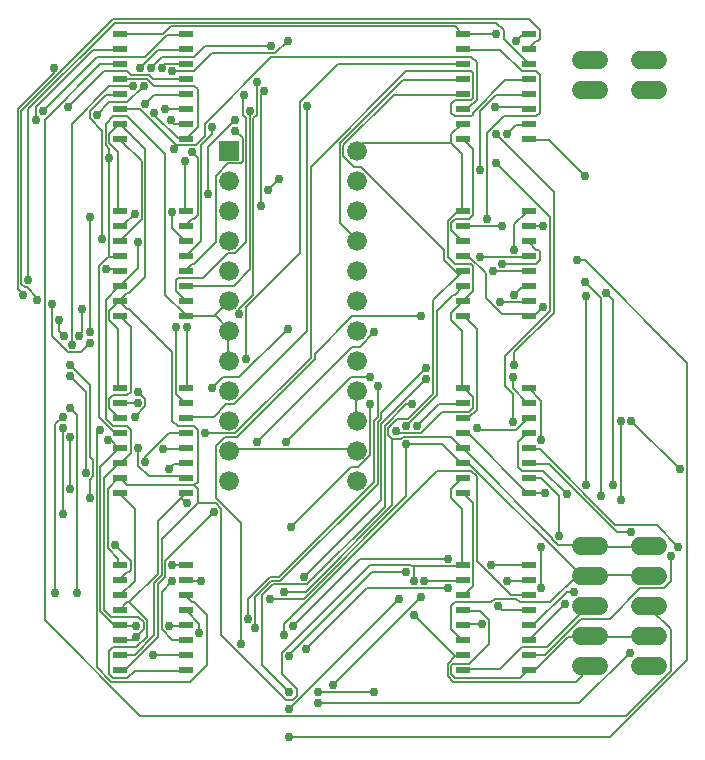
<source format=gbr>
G04 EAGLE Gerber RS-274X export*
G75*
%MOMM*%
%FSLAX34Y34*%
%LPD*%
%INBottom Copper*%
%IPPOS*%
%AMOC8*
5,1,8,0,0,1.08239X$1,22.5*%
G01*
%ADD10C,1.524000*%
%ADD11R,1.200000X0.600000*%
%ADD12R,1.676400X1.676400*%
%ADD13C,1.676400*%
%ADD14C,0.152400*%
%ADD15C,0.756400*%


D10*
X557620Y597300D02*
X542380Y597300D01*
X542380Y622700D02*
X557620Y622700D01*
X557620Y109200D02*
X542380Y109200D01*
X542380Y134600D02*
X557620Y134600D01*
X557620Y160000D02*
X542380Y160000D01*
X542380Y185400D02*
X557620Y185400D01*
X557620Y210800D02*
X542380Y210800D01*
X507620Y597300D02*
X492380Y597300D01*
X492380Y622700D02*
X507620Y622700D01*
X507620Y109200D02*
X492380Y109200D01*
X492380Y134600D02*
X507620Y134600D01*
X507620Y160000D02*
X492380Y160000D01*
X492380Y185400D02*
X507620Y185400D01*
X507620Y210800D02*
X492380Y210800D01*
D11*
X158000Y644450D03*
X158000Y631750D03*
X158000Y619050D03*
X158000Y606350D03*
X158000Y593650D03*
X158000Y580950D03*
X158000Y568250D03*
X158000Y555550D03*
X102000Y555550D03*
X102000Y568250D03*
X102000Y580950D03*
X102000Y593650D03*
X102000Y606350D03*
X102000Y619050D03*
X102000Y631750D03*
X102000Y644450D03*
X158000Y494450D03*
X158000Y481750D03*
X158000Y469050D03*
X158000Y456350D03*
X158000Y443650D03*
X158000Y430950D03*
X158000Y418250D03*
X158000Y405550D03*
X102000Y405550D03*
X102000Y418250D03*
X102000Y430950D03*
X102000Y443650D03*
X102000Y456350D03*
X102000Y469050D03*
X102000Y481750D03*
X102000Y494450D03*
X158000Y344450D03*
X158000Y331750D03*
X158000Y319050D03*
X158000Y306350D03*
X158000Y293650D03*
X158000Y280950D03*
X158000Y268250D03*
X158000Y255550D03*
X102000Y255550D03*
X102000Y268250D03*
X102000Y280950D03*
X102000Y293650D03*
X102000Y306350D03*
X102000Y319050D03*
X102000Y331750D03*
X102000Y344450D03*
X158000Y194450D03*
X158000Y181750D03*
X158000Y169050D03*
X158000Y156350D03*
X158000Y143650D03*
X158000Y130950D03*
X158000Y118250D03*
X158000Y105550D03*
X102000Y105550D03*
X102000Y118250D03*
X102000Y130950D03*
X102000Y143650D03*
X102000Y156350D03*
X102000Y169050D03*
X102000Y181750D03*
X102000Y194450D03*
X448000Y644450D03*
X448000Y631750D03*
X448000Y619050D03*
X448000Y606350D03*
X448000Y593650D03*
X448000Y580950D03*
X448000Y568250D03*
X448000Y555550D03*
X392000Y555550D03*
X392000Y568250D03*
X392000Y580950D03*
X392000Y593650D03*
X392000Y606350D03*
X392000Y619050D03*
X392000Y631750D03*
X392000Y644450D03*
X448000Y494450D03*
X448000Y481750D03*
X448000Y469050D03*
X448000Y456350D03*
X448000Y443650D03*
X448000Y430950D03*
X448000Y418250D03*
X448000Y405550D03*
X392000Y405550D03*
X392000Y418250D03*
X392000Y430950D03*
X392000Y443650D03*
X392000Y456350D03*
X392000Y469050D03*
X392000Y481750D03*
X392000Y494450D03*
X448000Y344450D03*
X448000Y331750D03*
X448000Y319050D03*
X448000Y306350D03*
X448000Y293650D03*
X448000Y280950D03*
X448000Y268250D03*
X448000Y255550D03*
X392000Y255550D03*
X392000Y268250D03*
X392000Y280950D03*
X392000Y293650D03*
X392000Y306350D03*
X392000Y319050D03*
X392000Y331750D03*
X392000Y344450D03*
X448000Y194450D03*
X448000Y181750D03*
X448000Y169050D03*
X448000Y156350D03*
X448000Y143650D03*
X448000Y130950D03*
X448000Y118250D03*
X448000Y105550D03*
X392000Y105550D03*
X392000Y118250D03*
X392000Y130950D03*
X392000Y143650D03*
X392000Y156350D03*
X392000Y169050D03*
X392000Y181750D03*
X392000Y194450D03*
D12*
X194250Y545600D03*
D13*
X194250Y520200D03*
X194250Y494800D03*
X194250Y469400D03*
X194250Y444000D03*
X194250Y418600D03*
X194250Y393200D03*
X194250Y367800D03*
X194250Y342400D03*
X194250Y317000D03*
X194250Y291600D03*
X194250Y266200D03*
X302200Y266200D03*
X302200Y291600D03*
X302200Y317000D03*
X302200Y342400D03*
X302200Y367800D03*
X302200Y393200D03*
X302200Y418600D03*
X302200Y444000D03*
X302200Y469400D03*
X302200Y494800D03*
X302200Y520200D03*
X302200Y545600D03*
D14*
X100584Y445008D02*
X89916Y445008D01*
X86868Y470916D02*
X86868Y562356D01*
X76200Y573024D01*
X76200Y579120D01*
X89916Y592836D01*
X100584Y592836D01*
X100584Y445008D02*
X102000Y443650D01*
X100584Y592836D02*
X102000Y593650D01*
X100584Y144780D02*
X96012Y144780D01*
X85344Y155448D01*
X85344Y277368D01*
X100584Y292608D01*
X100584Y144780D02*
X102000Y143650D01*
X100584Y292608D02*
X102000Y293650D01*
X393192Y144780D02*
X408432Y144780D01*
X393192Y144780D02*
X392000Y143650D01*
X467868Y217932D02*
X393192Y292608D01*
X467868Y217932D02*
X467868Y216408D01*
X472440Y211836D01*
X499872Y211836D01*
X393192Y292608D02*
X392000Y293650D01*
X499872Y211836D02*
X500000Y210800D01*
X367284Y419100D02*
X388620Y440436D01*
X391668Y443484D01*
X367284Y419100D02*
X367284Y339852D01*
X345948Y318516D01*
X336804Y318516D01*
X329184Y310896D01*
X329184Y304800D01*
X332232Y301752D01*
X339852Y301752D01*
X341376Y303276D01*
X382524Y303276D01*
X391668Y294132D01*
X391668Y443484D02*
X392000Y443650D01*
X391668Y294132D02*
X392000Y293650D01*
X391668Y592836D02*
X333756Y592836D01*
X291084Y550164D01*
X291084Y541020D01*
X300228Y531876D01*
X306324Y531876D01*
X376428Y461772D01*
X376428Y452628D01*
X388620Y440436D01*
X391668Y592836D02*
X392000Y593650D01*
X501396Y210312D02*
X548640Y210312D01*
X550000Y210800D01*
X501396Y210312D02*
X500000Y210800D01*
X115824Y143256D02*
X102108Y143256D01*
X240792Y172212D02*
X259080Y172212D01*
X332232Y245364D01*
X332232Y301752D01*
X102000Y143650D02*
X102108Y143256D01*
X123444Y335280D02*
X117348Y341376D01*
X123444Y335280D02*
X123444Y329184D01*
X114300Y320040D01*
X94488Y300228D02*
X91440Y300228D01*
X94488Y300228D02*
X100584Y294132D01*
X102000Y293650D01*
D15*
X89916Y445008D03*
X86868Y470916D03*
X408432Y144780D03*
X115824Y143256D03*
X240792Y172212D03*
X117348Y341376D03*
X114300Y320040D03*
X91440Y300228D03*
D14*
X382524Y140208D02*
X391668Y131064D01*
X382524Y140208D02*
X382524Y160020D01*
X385572Y163068D01*
X416052Y163068D01*
X419100Y166116D01*
X437388Y166116D01*
X440436Y163068D01*
X466344Y163068D01*
X487680Y184404D01*
X499872Y184404D01*
X392000Y130950D02*
X391668Y131064D01*
X499872Y184404D02*
X500000Y185400D01*
X397764Y280416D02*
X393192Y280416D01*
X397764Y280416D02*
X487680Y190500D01*
X487680Y184404D01*
X393192Y280416D02*
X392000Y280950D01*
X487680Y184404D02*
X500000Y185400D01*
X385572Y423672D02*
X391668Y429768D01*
X385572Y423672D02*
X384048Y423672D01*
X370332Y409956D01*
X370332Y338328D01*
X344424Y312420D01*
X344424Y297180D02*
X374904Y297180D01*
X391668Y280416D01*
X391668Y429768D02*
X392000Y430950D01*
X392000Y280950D02*
X391668Y280416D01*
X501396Y185928D02*
X548640Y185928D01*
X550000Y185400D01*
X501396Y185928D02*
X500000Y185400D01*
X112776Y131064D02*
X102108Y131064D01*
X115824Y134112D02*
X121920Y140208D01*
X115824Y134112D02*
X112776Y131064D01*
X121920Y140208D02*
X121920Y146304D01*
X117348Y150876D01*
X94488Y150876D01*
X88392Y156972D01*
X88392Y268224D01*
X100584Y280416D01*
X102108Y131064D02*
X102000Y130950D01*
X100584Y280416D02*
X102000Y280950D01*
X89916Y419100D02*
X100584Y429768D01*
X89916Y419100D02*
X89916Y318516D01*
X96012Y312420D01*
X108204Y312420D01*
X111252Y309372D01*
X111252Y289560D01*
X102108Y280416D01*
X100584Y429768D02*
X102000Y430950D01*
X102000Y280950D02*
X102108Y280416D01*
X102108Y580644D02*
X118872Y580644D01*
X149352Y550164D01*
X150876Y550164D02*
X166116Y550164D01*
X150876Y550164D02*
X149352Y550164D01*
X166116Y550164D02*
X173736Y557784D01*
X173736Y568452D01*
X230124Y624840D01*
X399288Y624840D01*
X403860Y620268D01*
X403860Y588264D01*
X397764Y582168D01*
X393192Y582168D01*
X102108Y580644D02*
X102000Y580950D01*
X392000Y580950D02*
X393192Y582168D01*
X117348Y446532D02*
X102108Y431292D01*
X117348Y446532D02*
X117348Y467868D01*
X147828Y547116D02*
X150876Y550164D01*
X102108Y431292D02*
X102000Y430950D01*
X344424Y297180D02*
X344424Y252984D01*
X257556Y166116D01*
X228600Y166116D01*
D15*
X344424Y312420D03*
X344424Y297180D03*
X117348Y467868D03*
X147828Y547116D03*
X228600Y166116D03*
X115824Y134112D03*
D14*
X393192Y455676D02*
X397764Y455676D01*
X411480Y441960D01*
X411480Y420624D01*
X425196Y406908D01*
X446532Y406908D01*
X393192Y455676D02*
X392000Y456350D01*
X446532Y406908D02*
X448000Y405550D01*
X448056Y554736D02*
X464820Y554736D01*
X495300Y524256D01*
X448056Y554736D02*
X448000Y555550D01*
X448056Y406908D02*
X454152Y406908D01*
X460248Y413004D01*
X448056Y406908D02*
X448000Y405550D01*
X501396Y134112D02*
X548640Y134112D01*
X501396Y134112D02*
X500000Y134600D01*
X548640Y134112D02*
X550000Y134600D01*
X406908Y155448D02*
X393192Y155448D01*
X406908Y155448D02*
X414528Y147828D01*
X414528Y128016D01*
X397764Y111252D01*
X384048Y111252D01*
X382524Y109728D01*
X382524Y102108D01*
X385572Y99060D01*
X440436Y99060D01*
X446532Y105156D01*
X393192Y155448D02*
X392000Y156350D01*
X446532Y105156D02*
X448000Y105550D01*
X481584Y134112D02*
X499872Y134112D01*
X481584Y134112D02*
X454152Y106680D01*
X448056Y106680D01*
X499872Y134112D02*
X500000Y134600D01*
X448056Y106680D02*
X448000Y105550D01*
X396240Y306324D02*
X393192Y306324D01*
X396240Y306324D02*
X446532Y256032D01*
X393192Y306324D02*
X392000Y306350D01*
X446532Y256032D02*
X448000Y255550D01*
X448056Y256032D02*
X461772Y256032D01*
X448056Y256032D02*
X448000Y255550D01*
X301752Y318516D02*
X301752Y341376D01*
X301752Y318516D02*
X302200Y317000D01*
X301752Y341376D02*
X302200Y342400D01*
X341376Y605028D02*
X391668Y605028D01*
X341376Y605028D02*
X288036Y551688D01*
X288036Y484632D01*
X301752Y470916D01*
X391668Y605028D02*
X392000Y606350D01*
X301752Y470916D02*
X302200Y469400D01*
X124968Y606552D02*
X102108Y606552D01*
X124968Y606552D02*
X131064Y600456D01*
X164592Y600456D01*
X167640Y597408D01*
X167640Y565404D01*
X158496Y556260D01*
X102000Y606350D02*
X102108Y606552D01*
X158496Y556260D02*
X158000Y555550D01*
X100584Y307848D02*
X96012Y307848D01*
X83820Y320040D01*
X83820Y448056D01*
X91440Y455676D01*
X92964Y455676D02*
X100584Y455676D01*
X92964Y455676D02*
X91440Y455676D01*
X100584Y307848D02*
X102000Y306350D01*
X100584Y455676D02*
X102000Y456350D01*
X150876Y556260D02*
X156972Y556260D01*
X150876Y556260D02*
X131064Y576072D01*
X131064Y577596D01*
X92964Y539496D02*
X92964Y455676D01*
X158000Y555550D02*
X156972Y556260D01*
X108204Y163068D02*
X102108Y156972D01*
X108204Y163068D02*
X109728Y163068D01*
X134112Y187452D01*
X134112Y231648D01*
X153924Y251460D02*
X156972Y254508D01*
X153924Y251460D02*
X134112Y231648D01*
X102108Y156972D02*
X102000Y156350D01*
X156972Y254508D02*
X158000Y255550D01*
X156972Y105156D02*
X114300Y105156D01*
X108204Y99060D01*
X96012Y99060D01*
X92964Y102108D01*
X92964Y121920D01*
X96012Y124968D01*
X115824Y124968D01*
X124968Y134112D01*
X124968Y147828D01*
X109728Y163068D01*
X156972Y105156D02*
X158000Y105550D01*
X181356Y405384D02*
X182880Y405384D01*
X181356Y405384D02*
X158496Y405384D01*
X182880Y405384D02*
X193548Y394716D01*
X158496Y405384D02*
X158000Y405550D01*
X193548Y394716D02*
X194250Y393200D01*
X193548Y393192D02*
X193548Y368808D01*
X194250Y367800D01*
X194250Y393200D02*
X193548Y393192D01*
X181356Y405384D02*
X193548Y417576D01*
X194250Y418600D01*
X153924Y251460D02*
X158496Y246888D01*
X92964Y539496D02*
X92964Y547116D01*
X89916Y550164D01*
X89916Y568452D01*
X96012Y574548D01*
X108204Y574548D01*
X140208Y542544D01*
X140208Y423672D01*
X156972Y406908D01*
X158000Y405550D01*
X195072Y292608D02*
X301752Y292608D01*
X302200Y291600D01*
X195072Y292608D02*
X194250Y291600D01*
D15*
X495300Y524256D03*
X460248Y413004D03*
X461772Y256032D03*
X131064Y577596D03*
X92964Y539496D03*
X158496Y246888D03*
D14*
X138684Y644652D02*
X102108Y644652D01*
X138684Y644652D02*
X144780Y650748D01*
X385572Y650748D01*
X391668Y644652D01*
X102108Y644652D02*
X102000Y644450D01*
X391668Y644652D02*
X392000Y644450D01*
X391668Y393192D02*
X391668Y345948D01*
X391668Y393192D02*
X382524Y402336D01*
X382524Y408432D01*
X391668Y417576D01*
X391668Y345948D02*
X392000Y344450D01*
X391668Y417576D02*
X392000Y418250D01*
X391668Y495300D02*
X391668Y542544D01*
X382524Y551688D01*
X382524Y559308D01*
X391668Y568452D01*
X391668Y495300D02*
X392000Y494450D01*
X392000Y568250D02*
X391668Y568452D01*
X400812Y426720D02*
X393192Y419100D01*
X400812Y426720D02*
X400812Y448056D01*
X399288Y449580D01*
X385572Y449580D01*
X379476Y455676D01*
X379476Y486156D01*
X387096Y493776D01*
X391668Y493776D01*
X393192Y419100D02*
X392000Y418250D01*
X391668Y493776D02*
X392000Y494450D01*
X382524Y551688D02*
X307848Y551688D01*
X303276Y547116D01*
X302200Y545600D01*
X393192Y644652D02*
X420624Y644652D01*
X393192Y644652D02*
X392000Y644450D01*
X100584Y394716D02*
X100584Y345948D01*
X100584Y394716D02*
X92964Y402336D01*
X92964Y409956D01*
X100584Y417576D01*
X100584Y345948D02*
X102000Y344450D01*
X100584Y417576D02*
X102000Y418250D01*
X100584Y495300D02*
X100584Y544068D01*
X92964Y551688D01*
X92964Y559308D01*
X100584Y566928D01*
X100584Y495300D02*
X102000Y494450D01*
X100584Y566928D02*
X102000Y568250D01*
X108204Y425196D02*
X102108Y419100D01*
X108204Y425196D02*
X109728Y425196D01*
X123444Y438912D01*
X123444Y547116D01*
X102108Y568452D01*
X102108Y419100D02*
X102000Y418250D01*
X102000Y568250D02*
X102108Y568452D01*
X385572Y117348D02*
X391668Y117348D01*
X385572Y117348D02*
X379476Y111252D01*
X379476Y100584D01*
X384048Y96012D01*
X487680Y96012D01*
X499872Y108204D01*
X392000Y118250D02*
X391668Y117348D01*
X499872Y108204D02*
X500000Y109200D01*
X391668Y195072D02*
X391668Y242316D01*
X382524Y251460D01*
X382524Y259080D01*
X391668Y268224D01*
X391668Y195072D02*
X392000Y194450D01*
X391668Y268224D02*
X392000Y268250D01*
X114300Y118872D02*
X102108Y118872D01*
X114300Y118872D02*
X131064Y135636D01*
X131064Y179832D01*
X137160Y185928D01*
X137160Y216408D01*
X167640Y246888D01*
X167640Y259080D01*
X164592Y262128D01*
X108204Y262128D01*
X102108Y268224D01*
X102108Y118872D02*
X102000Y118250D01*
X102108Y268224D02*
X102000Y268250D01*
X100584Y199644D02*
X100584Y195072D01*
X100584Y199644D02*
X91440Y208788D01*
X91440Y259080D01*
X100584Y268224D01*
X100584Y195072D02*
X102000Y194450D01*
X100584Y268224D02*
X102000Y268250D01*
X348996Y193548D02*
X350520Y193548D01*
X391668Y193548D01*
X348996Y193548D02*
X347472Y195072D01*
X313944Y195072D01*
X239268Y120396D01*
X239268Y102108D01*
X251460Y89916D01*
X251460Y83820D01*
X248412Y80772D01*
X242316Y80772D01*
X187452Y135636D01*
X187452Y242316D01*
X182880Y246888D01*
X167640Y246888D01*
X391668Y193548D02*
X392000Y194450D01*
X350520Y152400D02*
X385572Y117348D01*
X350520Y181356D02*
X350520Y193548D01*
X108204Y411480D02*
X102108Y417576D01*
X108204Y411480D02*
X109728Y411480D01*
X146304Y374904D01*
X146304Y316992D01*
X150876Y312420D01*
X164592Y312420D01*
X167640Y309372D01*
X167640Y265176D01*
X164592Y262128D01*
X102108Y417576D02*
X102000Y418250D01*
X393192Y344424D02*
X400812Y336804D01*
X400812Y327660D01*
X397764Y324612D01*
X374904Y324612D01*
X356616Y306324D01*
X336804Y306324D01*
X335280Y307848D01*
X392000Y344450D02*
X393192Y344424D01*
D15*
X420624Y644652D03*
X350520Y152400D03*
X350520Y181356D03*
X335280Y307848D03*
D14*
X120396Y487680D02*
X102108Y469392D01*
X120396Y487680D02*
X120396Y536448D01*
X102108Y554736D01*
X102108Y469392D02*
X102000Y469050D01*
X102108Y554736D02*
X102000Y555550D01*
X92964Y327660D02*
X100584Y320040D01*
X92964Y327660D02*
X92964Y335280D01*
X96012Y338328D01*
X108204Y338328D01*
X111252Y341376D01*
X111252Y396240D01*
X102108Y405384D01*
X100584Y320040D02*
X102000Y319050D01*
X102108Y405384D02*
X102000Y405550D01*
X114300Y181356D02*
X102108Y169164D01*
X114300Y181356D02*
X114300Y242316D01*
X102108Y254508D01*
X102108Y169164D02*
X102000Y169050D01*
X102108Y254508D02*
X102000Y255550D01*
X393192Y169164D02*
X400812Y176784D01*
X400812Y246888D01*
X393192Y254508D01*
X393192Y169164D02*
X392000Y169050D01*
X393192Y254508D02*
X392000Y255550D01*
X393192Y320040D02*
X397764Y320040D01*
X403860Y326136D01*
X403860Y394716D01*
X393192Y405384D01*
X393192Y320040D02*
X392000Y319050D01*
X393192Y405384D02*
X392000Y405550D01*
X106680Y106680D02*
X102108Y106680D01*
X106680Y106680D02*
X134112Y134112D01*
X134112Y178308D01*
X140208Y184404D01*
X140208Y198120D01*
X181356Y239268D01*
X208788Y368808D02*
X208788Y413004D01*
X254508Y458724D01*
X254508Y586740D01*
X286512Y618744D01*
X391668Y618744D01*
X102108Y106680D02*
X102000Y105550D01*
X391668Y618744D02*
X392000Y619050D01*
D15*
X181356Y239268D03*
X208788Y368808D03*
D14*
X382524Y478536D02*
X391668Y469392D01*
X382524Y478536D02*
X382524Y484632D01*
X385572Y487680D01*
X397764Y487680D01*
X400812Y490728D01*
X400812Y547116D01*
X393192Y554736D01*
X391668Y469392D02*
X392000Y469050D01*
X393192Y554736D02*
X392000Y555550D01*
X435864Y374904D02*
X435864Y364236D01*
X435864Y374904D02*
X469392Y408432D01*
X469392Y510540D01*
X420624Y559308D01*
D15*
X435864Y364236D03*
X420624Y559308D03*
D14*
X434340Y339852D02*
X434340Y315468D01*
X434340Y339852D02*
X428244Y345948D01*
X428244Y371856D01*
X466344Y409956D01*
X466344Y489204D01*
X420624Y534924D01*
X236220Y521208D02*
X227076Y512064D01*
D15*
X434340Y315468D03*
X420624Y534924D03*
X236220Y521208D03*
X227076Y512064D03*
D14*
X100584Y630936D02*
X79248Y630936D01*
X30480Y582168D01*
X30480Y571500D01*
X100584Y630936D02*
X102000Y631750D01*
D15*
X30480Y571500D03*
D14*
X141732Y643128D02*
X156972Y643128D01*
X141732Y643128D02*
X123444Y624840D01*
X82296Y624840D01*
X36576Y579120D01*
X156972Y643128D02*
X158000Y644450D01*
D15*
X36576Y579120D03*
D14*
X134112Y630936D02*
X156972Y630936D01*
X134112Y630936D02*
X118872Y615696D01*
X45720Y615696D02*
X45720Y611124D01*
X15240Y580644D01*
X15240Y428244D01*
X19812Y423672D01*
X156972Y630936D02*
X158000Y631750D01*
D15*
X118872Y615696D03*
X45720Y615696D03*
X19812Y423672D03*
D14*
X140208Y618744D02*
X156972Y618744D01*
X140208Y618744D02*
X137160Y615696D01*
X121920Y600456D02*
X108204Y586740D01*
X92964Y586740D01*
X82296Y576072D01*
X156972Y618744D02*
X158000Y619050D01*
D15*
X137160Y615696D03*
X121920Y600456D03*
X82296Y576072D03*
D14*
X129540Y606552D02*
X156972Y606552D01*
X129540Y606552D02*
X126492Y609600D01*
X111252Y609600D01*
X108204Y612648D01*
X88392Y612648D01*
X57912Y582168D01*
X156972Y606552D02*
X158000Y606350D01*
D15*
X57912Y582168D03*
D14*
X131064Y592836D02*
X156972Y592836D01*
X131064Y592836D02*
X123444Y585216D01*
X156972Y592836D02*
X158000Y593650D01*
D15*
X123444Y585216D03*
D14*
X140208Y580644D02*
X156972Y580644D01*
X158000Y580950D01*
D15*
X140208Y580644D03*
D14*
X147828Y568452D02*
X156972Y568452D01*
X147828Y568452D02*
X144780Y571500D01*
X156972Y568452D02*
X158000Y568250D01*
D15*
X144780Y571500D03*
D14*
X105156Y483108D02*
X102108Y483108D01*
X105156Y483108D02*
X114300Y492252D01*
X102108Y483108D02*
X102000Y481750D01*
D15*
X114300Y492252D03*
D14*
X156972Y495300D02*
X156972Y536448D01*
X156972Y495300D02*
X158000Y494450D01*
D15*
X156972Y536448D03*
D14*
X163068Y487680D02*
X158496Y483108D01*
X163068Y487680D02*
X164592Y487680D01*
X167640Y490728D01*
X167640Y539496D01*
X163068Y544068D01*
X158496Y483108D02*
X158000Y481750D01*
D15*
X163068Y544068D03*
D14*
X146304Y480060D02*
X156972Y469392D01*
X146304Y480060D02*
X146304Y493776D01*
X156972Y469392D02*
X158000Y469050D01*
D15*
X146304Y493776D03*
D14*
X170688Y469392D02*
X158496Y457200D01*
X170688Y469392D02*
X170688Y550164D01*
X179832Y559308D01*
X179832Y565404D01*
X158496Y457200D02*
X158000Y456350D01*
D15*
X179832Y565404D03*
D14*
X163068Y449580D02*
X158496Y445008D01*
X163068Y449580D02*
X164592Y449580D01*
X182880Y467868D01*
X182880Y524256D01*
X193548Y534924D01*
X204216Y534924D01*
X205740Y536448D01*
X205740Y556260D01*
X199644Y562356D01*
X158496Y445008D02*
X158000Y443650D01*
D15*
X199644Y562356D03*
D14*
X198120Y431292D02*
X158496Y431292D01*
X198120Y431292D02*
X211836Y445008D01*
X211836Y579120D01*
X158496Y431292D02*
X158000Y430950D01*
D15*
X211836Y579120D03*
D14*
X149352Y426720D02*
X156972Y419100D01*
X149352Y426720D02*
X149352Y435864D01*
X150876Y437388D01*
X172212Y437388D01*
X193548Y458724D01*
X199644Y458724D01*
X208788Y467868D01*
X208788Y573024D01*
X205740Y576072D01*
X205740Y591312D01*
X207264Y592836D01*
X156972Y419100D02*
X158000Y418250D01*
D15*
X207264Y592836D03*
D14*
X117348Y332232D02*
X102108Y332232D01*
X202692Y406908D02*
X202692Y411480D01*
X214884Y423672D01*
X214884Y573024D01*
X217932Y576072D01*
X217932Y603504D01*
X102108Y332232D02*
X102000Y331750D01*
D15*
X117348Y332232D03*
X202692Y406908D03*
X217932Y603504D03*
D14*
X158496Y396240D02*
X158496Y345948D01*
X220980Y498348D02*
X220980Y592836D01*
X224028Y595884D01*
X158496Y345948D02*
X158000Y344450D01*
D15*
X158496Y396240D03*
X220980Y498348D03*
X224028Y595884D03*
D14*
X149352Y339852D02*
X156972Y332232D01*
X149352Y339852D02*
X149352Y396240D01*
X176784Y509016D02*
X176784Y548640D01*
X199644Y571500D01*
X156972Y332232D02*
X158000Y331750D01*
D15*
X149352Y396240D03*
X176784Y509016D03*
X199644Y571500D03*
D14*
X181356Y320040D02*
X158496Y320040D01*
X181356Y320040D02*
X192024Y330708D01*
X198120Y330708D01*
X260604Y393192D01*
X260604Y583692D01*
X158496Y320040D02*
X158000Y319050D01*
D15*
X260604Y583692D03*
D14*
X156972Y306324D02*
X143256Y306324D01*
X123444Y286512D01*
X123444Y281940D01*
X156972Y306324D02*
X158000Y306350D01*
D15*
X123444Y281940D03*
D14*
X138684Y292608D02*
X156972Y292608D01*
X158000Y293650D01*
D15*
X138684Y292608D03*
D14*
X147828Y280416D02*
X156972Y280416D01*
X147828Y280416D02*
X143256Y275844D01*
X156972Y280416D02*
X158000Y280950D01*
D15*
X143256Y275844D03*
D14*
X156972Y269748D02*
X126492Y269748D01*
X117348Y278892D01*
X117348Y294132D01*
X156972Y269748D02*
X158000Y268250D01*
D15*
X117348Y294132D03*
D14*
X108204Y188976D02*
X102108Y182880D01*
X108204Y188976D02*
X109728Y188976D01*
X111252Y190500D01*
X111252Y198120D01*
X97536Y211836D01*
X102108Y182880D02*
X102000Y181750D01*
D15*
X97536Y211836D03*
D14*
X146304Y195072D02*
X156972Y195072D01*
X59436Y259080D02*
X59436Y303276D01*
X156972Y195072D02*
X158000Y194450D01*
D15*
X146304Y195072D03*
X59436Y259080D03*
X59436Y303276D03*
D14*
X158496Y181356D02*
X170688Y181356D01*
X53340Y237744D02*
X53340Y310896D01*
X158000Y181750D02*
X158496Y181356D01*
D15*
X170688Y181356D03*
X53340Y237744D03*
X53340Y310896D03*
D14*
X158496Y167640D02*
X163068Y163068D01*
X164592Y163068D01*
X175260Y152400D01*
X175260Y109728D01*
X161544Y96012D01*
X94488Y96012D01*
X82296Y108204D01*
X82296Y306324D01*
X85344Y309372D01*
X158000Y169050D02*
X158496Y167640D01*
D15*
X85344Y309372D03*
D14*
X158496Y155448D02*
X169164Y144780D01*
X169164Y137160D01*
X47244Y170688D02*
X47244Y313944D01*
X53340Y320040D01*
X158000Y156350D02*
X158496Y155448D01*
D15*
X169164Y137160D03*
X47244Y170688D03*
X53340Y320040D03*
D14*
X143256Y143256D02*
X156972Y143256D01*
X65532Y170688D02*
X65532Y321564D01*
X59436Y327660D01*
X156972Y143256D02*
X158000Y143650D01*
D15*
X143256Y143256D03*
X65532Y170688D03*
X59436Y327660D03*
D14*
X146304Y131064D02*
X156972Y131064D01*
X146304Y131064D02*
X137160Y140208D01*
X137160Y172212D01*
X146304Y181356D01*
X156972Y131064D02*
X158000Y130950D01*
D15*
X146304Y181356D03*
D14*
X156972Y118872D02*
X129540Y118872D01*
X156972Y118872D02*
X158000Y118250D01*
D15*
X129540Y118872D03*
D14*
X393192Y630936D02*
X423672Y630936D01*
X441960Y612648D01*
X454152Y612648D01*
X457200Y609600D01*
X457200Y577596D01*
X454152Y574548D01*
X426720Y574548D01*
X413004Y560832D01*
X413004Y487680D01*
X316992Y391668D02*
X304800Y379476D01*
X298704Y379476D01*
X217932Y298704D01*
X393192Y630936D02*
X392000Y631750D01*
D15*
X413004Y487680D03*
X316992Y391668D03*
X217932Y298704D03*
D14*
X441960Y643128D02*
X446532Y643128D01*
X441960Y643128D02*
X437388Y638556D01*
X243840Y638556D02*
X233172Y627888D01*
X179832Y627888D01*
X164592Y612648D01*
X146304Y612648D01*
X76200Y489204D02*
X76200Y391668D01*
X446532Y643128D02*
X448000Y644450D01*
D15*
X437388Y638556D03*
X243840Y638556D03*
X146304Y612648D03*
X76200Y489204D03*
X76200Y391668D03*
D14*
X448056Y632460D02*
X454152Y638556D01*
X455676Y638556D01*
X457200Y640080D01*
X457200Y647700D01*
X448056Y656844D01*
X96012Y656844D01*
X18288Y579120D01*
X18288Y432816D01*
X21336Y429768D01*
X22860Y429768D01*
X32004Y420624D01*
X32004Y419100D01*
X50292Y402336D02*
X50292Y393192D01*
X54864Y388620D01*
X448000Y631750D02*
X448056Y632460D01*
D15*
X32004Y419100D03*
X50292Y402336D03*
X54864Y388620D03*
D14*
X426720Y640080D02*
X446532Y620268D01*
X426720Y640080D02*
X426720Y647700D01*
X420624Y653796D01*
X97536Y653796D01*
X24384Y580644D01*
X24384Y435864D01*
X44196Y416052D02*
X44196Y388620D01*
X57912Y374904D01*
X68580Y374904D01*
X76200Y382524D01*
X446532Y620268D02*
X448000Y619050D01*
D15*
X24384Y435864D03*
X44196Y416052D03*
X76200Y382524D03*
D14*
X428244Y605028D02*
X446532Y605028D01*
X428244Y605028D02*
X400812Y577596D01*
X400812Y576072D01*
X399288Y574548D01*
X385572Y574548D01*
X382524Y577596D01*
X382524Y585216D01*
X385572Y588264D01*
X399288Y588264D01*
X400812Y589788D01*
X400812Y611124D01*
X399288Y612648D01*
X344424Y612648D01*
X263652Y531876D01*
X263652Y370332D01*
X199644Y306324D01*
X173736Y306324D01*
X73152Y272796D02*
X73152Y341376D01*
X59436Y355092D01*
X446532Y605028D02*
X448000Y606350D01*
D15*
X173736Y306324D03*
X73152Y272796D03*
X59436Y355092D03*
D14*
X420624Y592836D02*
X446532Y592836D01*
X420624Y592836D02*
X406908Y579120D01*
X406908Y528828D01*
X243840Y394716D02*
X202692Y353568D01*
X188976Y353568D01*
X179832Y344424D01*
X76200Y266700D02*
X76200Y251460D01*
X76200Y266700D02*
X79248Y269748D01*
X79248Y283464D01*
X76200Y286512D01*
X76200Y347472D01*
X59436Y364236D01*
X446532Y592836D02*
X448000Y593650D01*
D15*
X406908Y528828D03*
X243840Y394716D03*
X179832Y344424D03*
X76200Y251460D03*
X59436Y364236D03*
D14*
X419100Y582168D02*
X446532Y582168D01*
X230124Y633984D02*
X173736Y633984D01*
X164592Y624840D01*
X137160Y624840D01*
X128016Y615696D01*
X112776Y600456D02*
X92964Y600456D01*
X60960Y568452D01*
X60960Y381000D01*
X446532Y582168D02*
X448000Y580950D01*
D15*
X419100Y582168D03*
X230124Y633984D03*
X128016Y615696D03*
X112776Y600456D03*
X60960Y381000D03*
D14*
X437388Y566928D02*
X446532Y566928D01*
X437388Y566928D02*
X429768Y559308D01*
X70104Y411480D02*
X70104Y391668D01*
X67056Y388620D01*
X446532Y566928D02*
X448000Y568250D01*
D15*
X429768Y559308D03*
X70104Y411480D03*
X67056Y388620D03*
D14*
X393192Y481584D02*
X425196Y481584D01*
X534924Y316992D02*
X576072Y275844D01*
X393192Y481584D02*
X392000Y481750D01*
D15*
X425196Y481584D03*
X534924Y316992D03*
X576072Y275844D03*
D14*
X435864Y483108D02*
X446532Y493776D01*
X435864Y483108D02*
X435864Y461772D01*
X525780Y316992D02*
X525780Y249936D01*
X446532Y493776D02*
X448000Y494450D01*
D15*
X435864Y461772D03*
X525780Y316992D03*
X525780Y249936D03*
D14*
X460248Y481584D02*
X448056Y481584D01*
X489204Y452628D02*
X495300Y452628D01*
X582168Y365760D01*
X582168Y114300D01*
X516636Y48768D01*
X245364Y48768D01*
X448056Y481584D02*
X448000Y481750D01*
D15*
X460248Y481584D03*
X489204Y452628D03*
X245364Y48768D03*
D14*
X454152Y461772D02*
X448056Y467868D01*
X454152Y461772D02*
X455676Y461772D01*
X457200Y460248D01*
X457200Y452628D01*
X454152Y449580D01*
X425196Y449580D01*
X313944Y353568D02*
X297180Y353568D01*
X242316Y298704D01*
X448056Y467868D02*
X448000Y469050D01*
D15*
X425196Y449580D03*
X313944Y353568D03*
X242316Y298704D03*
D14*
X406908Y455676D02*
X446532Y455676D01*
X356616Y405384D02*
X298704Y405384D01*
X266700Y373380D01*
X266700Y368808D01*
X201168Y303276D01*
X190500Y303276D01*
X182880Y295656D01*
X182880Y251460D01*
X204216Y230124D01*
X204216Y128016D01*
X446532Y455676D02*
X448000Y456350D01*
D15*
X406908Y455676D03*
X356616Y405384D03*
X204216Y128016D03*
D14*
X417576Y443484D02*
X446532Y443484D01*
X320040Y345948D02*
X320040Y320040D01*
X316992Y316992D01*
X316992Y265176D01*
X236220Y184404D01*
X228600Y184404D01*
X210312Y166116D01*
X210312Y149352D01*
X446532Y443484D02*
X448000Y443650D01*
D15*
X417576Y443484D03*
X320040Y345948D03*
X210312Y149352D03*
D14*
X441960Y429768D02*
X446532Y429768D01*
X441960Y429768D02*
X435864Y423672D01*
X361188Y361188D02*
X323088Y323088D01*
X323088Y318516D01*
X320040Y315468D01*
X320040Y263652D01*
X237744Y181356D01*
X230124Y181356D01*
X216408Y167640D01*
X216408Y141732D01*
X446532Y429768D02*
X448000Y430950D01*
D15*
X435864Y423672D03*
X361188Y361188D03*
X216408Y141732D03*
D14*
X423672Y417576D02*
X446532Y417576D01*
X313944Y330708D02*
X313944Y288036D01*
X303276Y277368D01*
X297180Y277368D01*
X246888Y227076D01*
X446532Y417576D02*
X448000Y418250D01*
D15*
X423672Y417576D03*
X313944Y330708D03*
X246888Y227076D03*
D14*
X371856Y330708D02*
X391668Y330708D01*
X371856Y330708D02*
X353568Y312420D01*
X338328Y166116D02*
X245364Y73152D01*
X391668Y330708D02*
X392000Y331750D01*
D15*
X353568Y312420D03*
X338328Y166116D03*
X245364Y73152D03*
D14*
X458724Y333756D02*
X448056Y344424D01*
X458724Y333756D02*
X458724Y300228D01*
X356616Y167640D02*
X281940Y92964D01*
X448000Y344450D02*
X448056Y344424D01*
D15*
X458724Y300228D03*
X356616Y167640D03*
X281940Y92964D03*
D14*
X446532Y332232D02*
X434340Y344424D01*
X434340Y353568D01*
X361188Y352044D02*
X323088Y313944D01*
X323088Y249936D01*
X257556Y184404D01*
X446532Y332232D02*
X448000Y331750D01*
D15*
X434340Y353568D03*
X361188Y352044D03*
X257556Y184404D03*
D14*
X437388Y309372D02*
X446532Y318516D01*
X437388Y309372D02*
X405384Y309372D01*
X403860Y310896D01*
X348996Y330708D02*
X344424Y330708D01*
X326136Y312420D01*
X326136Y243840D01*
X260604Y178308D01*
X231648Y178308D01*
X222504Y169164D01*
X222504Y109728D01*
X245364Y86868D01*
X446532Y318516D02*
X448000Y319050D01*
D15*
X403860Y310896D03*
X348996Y330708D03*
X245364Y86868D03*
D14*
X438912Y298704D02*
X446532Y306324D01*
X438912Y298704D02*
X438912Y277368D01*
X441960Y274320D01*
X460248Y274320D01*
X480060Y254508D01*
X458724Y210312D02*
X458724Y175260D01*
X448000Y306350D02*
X446532Y306324D01*
D15*
X480060Y254508D03*
X458724Y210312D03*
X458724Y175260D03*
D14*
X457200Y292608D02*
X448056Y292608D01*
X457200Y292608D02*
X521208Y228600D01*
X556260Y228600D01*
X574548Y210312D01*
X533400Y120396D02*
X490728Y77724D01*
X269748Y77724D01*
X448056Y292608D02*
X448000Y293650D01*
D15*
X574548Y210312D03*
X533400Y120396D03*
X269748Y77724D03*
D14*
X448056Y280416D02*
X464820Y280416D01*
X522732Y222504D01*
X534924Y222504D01*
X316992Y86868D02*
X269748Y86868D01*
X448056Y280416D02*
X448000Y280950D01*
D15*
X534924Y222504D03*
X316992Y86868D03*
X269748Y86868D03*
D14*
X448056Y268224D02*
X458724Y268224D01*
X473964Y252984D01*
X473964Y219456D01*
X448056Y268224D02*
X448000Y268250D01*
D15*
X473964Y219456D03*
D14*
X391668Y181356D02*
X359664Y181356D01*
X344424Y188976D02*
X315468Y188976D01*
X245364Y118872D01*
X245364Y117348D01*
X391668Y181356D02*
X392000Y181750D01*
D15*
X359664Y181356D03*
X344424Y188976D03*
X245364Y117348D03*
D14*
X416052Y195072D02*
X446532Y195072D01*
X379476Y199644D02*
X304800Y199644D01*
X248412Y143256D01*
X446532Y195072D02*
X448000Y194450D01*
D15*
X416052Y195072D03*
X379476Y199644D03*
X248412Y143256D03*
D14*
X429768Y181356D02*
X446532Y181356D01*
X379476Y175260D02*
X310896Y175260D01*
X259080Y123444D01*
X446532Y181356D02*
X448000Y181750D01*
D15*
X429768Y181356D03*
X379476Y175260D03*
X259080Y123444D03*
D14*
X432816Y169164D02*
X446532Y169164D01*
X432816Y169164D02*
X403860Y198120D01*
X403860Y269748D01*
X399288Y274320D01*
X370332Y274320D01*
X240792Y144780D01*
X240792Y135636D01*
X446532Y169164D02*
X448000Y169050D01*
D15*
X240792Y135636D03*
D14*
X425196Y156972D02*
X446532Y156972D01*
X425196Y156972D02*
X422148Y160020D01*
X496824Y262128D02*
X496824Y422148D01*
X446532Y156972D02*
X448000Y156350D01*
D15*
X422148Y160020D03*
X496824Y262128D03*
X496824Y422148D03*
D14*
X452628Y144780D02*
X448056Y144780D01*
X452628Y144780D02*
X480060Y172212D01*
X486156Y172212D01*
X519684Y262128D02*
X519684Y419100D01*
X513588Y425196D01*
X448056Y144780D02*
X448000Y143650D01*
D15*
X486156Y172212D03*
X519684Y262128D03*
X513588Y425196D03*
D14*
X478536Y161544D02*
X448056Y131064D01*
X509016Y252984D02*
X509016Y420624D01*
X495300Y434340D01*
X448056Y131064D02*
X448000Y130950D01*
D15*
X478536Y161544D03*
X509016Y252984D03*
X495300Y434340D03*
D14*
X461772Y118872D02*
X448056Y118872D01*
X461772Y118872D02*
X492252Y149352D01*
X516636Y149352D01*
X542544Y175260D01*
X562356Y175260D01*
X568452Y181356D01*
X568452Y202692D01*
X448056Y118872D02*
X448000Y118250D01*
D15*
X568452Y202692D03*
D14*
X423672Y106680D02*
X393192Y106680D01*
X423672Y106680D02*
X441960Y124968D01*
X463296Y124968D01*
X496824Y158496D01*
X499872Y158496D01*
X393192Y106680D02*
X392000Y105550D01*
X499872Y158496D02*
X500000Y160000D01*
X100584Y618744D02*
X85344Y618744D01*
X38100Y571500D01*
X38100Y147828D01*
X118872Y67056D01*
X530352Y67056D01*
X568452Y105156D01*
X568452Y140208D01*
X550164Y158496D01*
X102000Y619050D02*
X100584Y618744D01*
X550000Y160000D02*
X550164Y158496D01*
M02*

</source>
